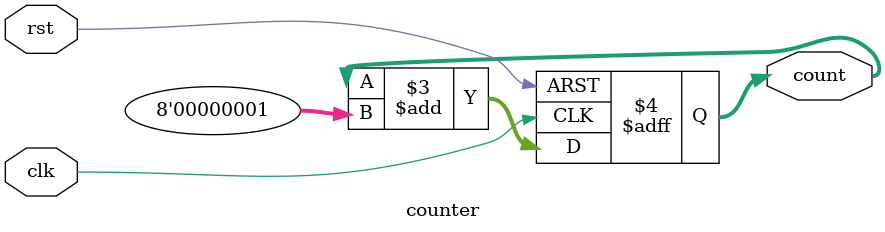
<source format=v>

module counter (count, clk, rst);
output [7:0] count;
input clk, rst;

reg [7:0] count;
parameter tpd_clk_to_count   =  1;
parameter tpd_reset_to_count =  1;


function [7:0] increment;
input [7:0] val;
reg [3:0] i;
reg carry;
  begin
    increment = val;
    carry = 1'b1;
    /* 
     * Exit this loop when carry == zero, OR all bits processed 
     */ 
    for (i = 4'b0; ((carry == 4'b1) || (i <= 7));  i = i+ 4'b1)
       begin
         increment[i] = val[i] ^ carry;
         carry = val[i] & carry;
       end
  end       
endfunction

/***************************************************************** 
 * The following always block was changed to make it synthesizable.
always @ (posedge clk or posedge rst)
  if (rst)
     count = #tpd_reset_to_count 8'h00;
  else
     count <= #tpd_clk_to_count increment(count);
******************************************************************/

always @ (posedge clk or posedge rst)
  if (rst)
     count = 8'h00;
  else
     count <= count + 8'h01;
   
endmodule

</source>
